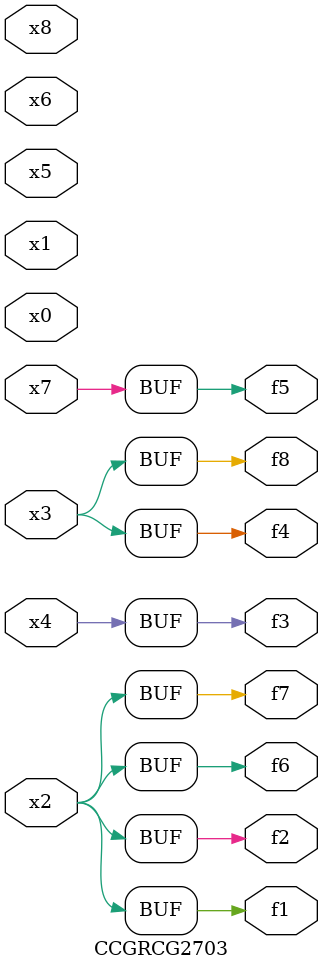
<source format=v>
module CCGRCG2703(
	input x0, x1, x2, x3, x4, x5, x6, x7, x8,
	output f1, f2, f3, f4, f5, f6, f7, f8
);
	assign f1 = x2;
	assign f2 = x2;
	assign f3 = x4;
	assign f4 = x3;
	assign f5 = x7;
	assign f6 = x2;
	assign f7 = x2;
	assign f8 = x3;
endmodule

</source>
